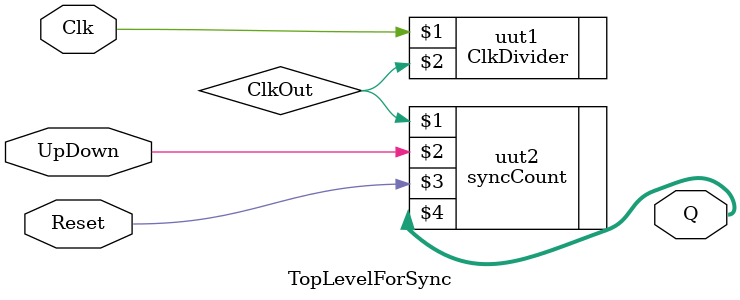
<source format=v>
`timescale 1ns / 1ps


module TopLevelForSync(
    input Clk,
    input UpDown,
    input Reset,
    output [3:0] Q
    );
        wire ClkOut;
    ClkDivider uut1(Clk,ClkOut);
    syncCount uut2(ClkOut,UpDown,Reset,Q);
endmodule

</source>
